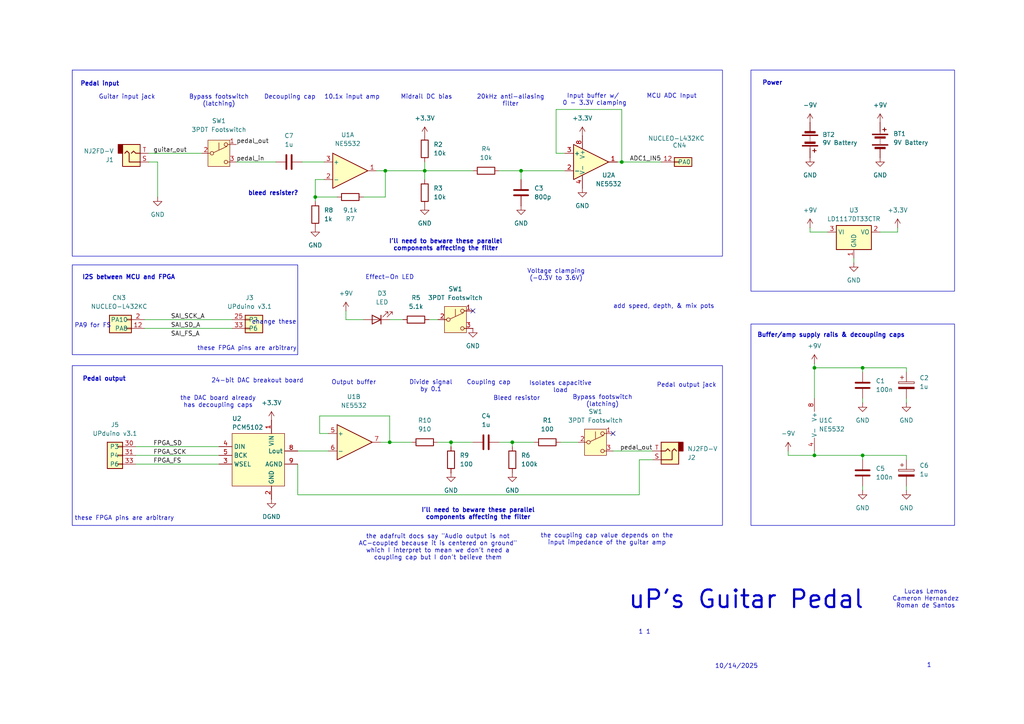
<source format=kicad_sch>
(kicad_sch (version 20250114) (generator "eeschema") (generator_version "9.0")
  (paper "A4")
  (lib_symbols
    (symbol "Amplifier_Operational:NE5532" (pin_names (offset 0.127))
      (property "Reference" "U" (at 0 5.08 0))
      (property "Value" "NE5532" (at 0 -5.08 0))
      (symbol "NE5532_1_1"
        (polyline (pts (xy -5.08 5.08) (xy 5.08 0) (xy -5.08 -5.08) (xy -5.08 5.08)) (stroke (width 0.254)) (fill (type background)))
        (pin input line (at -7.62 2.54 0) (length 2.54) (name "+") (number "3"))
        (pin input line (at -7.62 -2.54 0) (length 2.54) (name "-") (number "2"))
        (pin output line (at 7.62 0 180) (length 2.54) (name "~") (number "1"))
      )
      (symbol "NE5532_2_1"
        (polyline (pts (xy -5.08 5.08) (xy 5.08 0) (xy -5.08 -5.08) (xy -5.08 5.08)) (stroke (width 0.254)) (fill (type background)))
        (pin input line (at -7.62 2.54 0) (length 2.54) (name "+") (number "5"))
        (pin input line (at -7.62 -2.54 0) (length 2.54) (name "-") (number "6"))
        (pin output line (at 7.62 0 180) (length 2.54) (name "~") (number "7"))
      )
      (symbol "NE5532_3_1"
        (pin power_in line (at -2.54 7.62 270) (length 3.81) (name "V+") (number "8"))
        (pin power_in line (at -2.54 -7.62 90) (length 3.81) (name "V-") (number "4"))
      )
    )
    (symbol "Audio:PCM5122PW"
      (property "Reference" "U2" (at -16.51 20.828 0))
      (property "Value" "PCM5122" (at -16.51 18.288 0))
      (symbol "PCM5122PW_0_1"
        (rectangle (start -16.51 16.51) (end -1.27 1.27) (fill (type background)))
      )
      (symbol "PCM5122PW_1_1"
        (pin bidirectional line (at -20.32 12.7 0) (length 3.81) (name "DIN") (number "4"))
        (pin bidirectional line (at -20.32 10.16 0) (length 3.81) (name "BCK") (number "5"))
        (pin bidirectional line (at -20.32 7.62 0) (length 3.81) (name "WSEL") (number "3"))
        (pin bidirectional line (at -5.08 20.32 270) (length 3.81) (name "VIN") (number "1"))
        (pin bidirectional line (at -5.08 -2.54 90) (length 3.81) (name "GND") (number "2"))
        (pin bidirectional line (at 2.54 11.43 180) (length 3.81) (name "Lout") (number "8"))
        (pin bidirectional line (at 2.54 7.62 180) (length 3.81) (name "AGND") (number "9"))
      )
    )
    (symbol "Conn_01x01_1" (pin_names (offset 1.016))
      (property "Reference" "CN4" (at -1.778 4.826 0))
      (property "Value" "NUCLEO-L432KC" (at -8.89 6.858 0))
      (symbol "Conn_01x01_1_1_1"
        (rectangle (start -1.27 1.27) (end 3.81 -1.27) (stroke (width 0.254)) (fill (type background)))
        (rectangle (start -1.27 0.127) (end 0 -0.127) (stroke (width 0.1524)))
        (pin passive line (at -5.08 0 0) (length 3.81) (name "PA0") (number "12"))
      )
    )
    (symbol "Conn_01x02_1" (pin_names (offset 1.016))
      (property "Reference" "J3" (at 0 6.35 0))
      (property "Value" "UPduino v3.1" (at 0 3.81 0))
      (symbol "Conn_01x02_1_1_1"
        (rectangle (start -1.27 1.27) (end 3.81 -3.81) (stroke (width 0.254)) (fill (type background)))
        (rectangle (start -1.27 0.127) (end 0 -0.127) (stroke (width 0.1524)))
        (rectangle (start -1.27 -2.413) (end 0 -2.667) (stroke (width 0.1524)))
        (pin bidirectional line (at -5.08 0 0) (length 3.81) (name "P2") (number "25"))
        (pin bidirectional line (at -5.08 -2.54 0) (length 3.81) (name "P6") (number "33"))
      )
    )
    (symbol "Connector_Audio:NJ2FD-V"
      (property "Reference" "J" (at 0 8.89 0))
      (property "Value" "NJ2FD-V" (at 0 6.35 0))
      (symbol "NJ2FD-V_0_1"
        (rectangle (start -3.81 0) (end -2.54 -2.54) (stroke (width 0.254)) (fill (type outline)))
        (rectangle (start -2.54 3.81) (end 2.54 -2.54) (stroke (width 0.254)) (fill (type background)))
        (polyline (pts (xy 0 0) (xy 0.635 -0.635) (xy 1.27 0) (xy 2.54 0)) (stroke (width 0.254)))
        (polyline (pts (xy 2.54 2.54) (xy -0.635 2.54) (xy -0.635 0) (xy -1.27 -0.635) (xy -1.905 0)) (stroke (width 0.254)))
      )
      (symbol "NJ2FD-V_1_1"
        (pin passive line (at 5.08 2.54 180) (length 2.54) (name "~") (number "S"))
        (pin passive line (at 5.08 0 180) (length 2.54) (name "~") (number "T"))
      )
    )
    (symbol "Connector_Generic:Conn_01x02" (pin_names (offset 1.016))
      (property "Reference" "CN3" (at 0 6.35 0))
      (property "Value" "NUCLEO-L432KC" (at 0 3.81 0))
      (symbol "Conn_01x02_1_1"
        (rectangle (start -1.27 1.27) (end 5.08 -3.81) (stroke (width 0.254)) (fill (type background)))
        (rectangle (start -1.27 0.127) (end 0 -0.127) (stroke (width 0.1524)))
        (rectangle (start -1.27 -2.413) (end 0 -2.667) (stroke (width 0.1524)))
        (pin bidirectional line (at -5.08 0 0) (length 3.81) (name "PA10") (number "2"))
        (pin bidirectional line (at -5.08 -2.54 0) (length 3.81) (name "PA8") (number "12"))
      )
    )
    (symbol "Connector_Generic:Conn_01x03" (pin_names (offset 1.016))
      (property "Reference" "J5" (at 0 8.89 0))
      (property "Value" "Conn_01x03" (at 0 6.35 0))
      (symbol "Conn_01x03_1_1"
        (rectangle (start -1.27 3.81) (end 3.175 -3.81) (stroke (width 0.254)) (fill (type background)))
        (rectangle (start -1.27 2.667) (end 0 2.413) (stroke (width 0.1524)))
        (rectangle (start -1.27 0.127) (end 0 -0.127) (stroke (width 0.1524)))
        (rectangle (start -1.27 -2.413) (end 0 -2.667) (stroke (width 0.1524)))
        (pin passive line (at -5.08 2.54 0) (length 3.81) (name "P3") (number "30"))
        (pin passive line (at -5.08 0 0) (length 3.81) (name "P4") (number "31"))
        (pin passive line (at -5.08 -2.54 0) (length 3.81) (name "P6") (number "33"))
      )
    )
    (symbol "Device:Battery" (pin_numbers (hide yes)) (pin_names (offset 0) (hide yes))
      (property "Reference" "BT" (at 2.54 2.54 0))
      (property "Value" "Battery" (at 2.54 0 0))
      (symbol "Battery_0_1"
        (rectangle (start -2.286 1.778) (end 2.286 1.524) (fill (type outline)))
        (rectangle (start -2.286 -1.27) (end 2.286 -1.524) (fill (type outline)))
        (rectangle (start -1.524 1.016) (end 1.524 0.508) (fill (type outline)))
        (rectangle (start -1.524 -2.032) (end 1.524 -2.54) (fill (type outline)))
        (polyline (pts (xy 0 1.778) (xy 0 2.54)))
        (polyline (pts (xy 0 0) (xy 0 0.254)))
        (polyline (pts (xy 0 -0.508) (xy 0 -0.254)))
        (polyline (pts (xy 0 -1.016) (xy 0 -0.762)))
        (polyline (pts (xy 0.762 3.048) (xy 1.778 3.048)) (stroke (width 0.254)))
        (polyline (pts (xy 1.27 3.556) (xy 1.27 2.54)) (stroke (width 0.254)))
      )
      (symbol "Battery_1_1"
        (pin passive line (at 0 5.08 270) (length 2.54) (name "+") (number "1"))
        (pin passive line (at 0 -5.08 90) (length 2.54) (name "-") (number "2"))
      )
    )
    (symbol "Device:C" (pin_numbers (hide yes)) (pin_names (offset 0.254))
      (property "Reference" "C" (at 0.635 2.54 0))
      (property "Value" "C" (at 0.635 -2.54 0))
      (symbol "C_0_1"
        (polyline (pts (xy -2.032 0.762) (xy 2.032 0.762)) (stroke (width 0.508)))
        (polyline (pts (xy -2.032 -0.762) (xy 2.032 -0.762)) (stroke (width 0.508)))
      )
      (symbol "C_1_1"
        (pin passive line (at 0 3.81 270) (length 2.794) (name "~") (number "1"))
        (pin passive line (at 0 -3.81 90) (length 2.794) (name "~") (number "2"))
      )
    )
    (symbol "Device:C_Polarized" (pin_numbers (hide yes)) (pin_names (offset 0.254))
      (property "Reference" "C" (at 0.635 2.54 0))
      (property "Value" "C_Polarized" (at 0.635 -2.54 0))
      (symbol "C_Polarized_0_1"
        (rectangle (start -2.286 0.508) (end 2.286 1.016))
        (polyline (pts (xy -1.778 2.286) (xy -0.762 2.286)))
        (polyline (pts (xy -1.27 2.794) (xy -1.27 1.778)))
        (rectangle (start 2.286 -0.508) (end -2.286 -1.016) (fill (type outline)))
      )
      (symbol "C_Polarized_1_1"
        (pin passive line (at 0 3.81 270) (length 2.794) (name "~") (number "1"))
        (pin passive line (at 0 -3.81 90) (length 2.794) (name "~") (number "2"))
      )
    )
    (symbol "Device:LED" (pin_numbers (hide yes)) (pin_names (offset 1.016) (hide yes))
      (property "Reference" "D" (at 0 2.54 0))
      (property "Value" "LED" (at 0 -2.54 0))
      (symbol "LED_0_1"
        (polyline (pts (xy -3.048 -0.762) (xy -4.572 -2.286) (xy -3.81 -2.286) (xy -4.572 -2.286) (xy -4.572 -1.524)))
        (polyline (pts (xy -1.778 -0.762) (xy -3.302 -2.286) (xy -2.54 -2.286) (xy -3.302 -2.286) (xy -3.302 -1.524)))
        (polyline (pts (xy -1.27 0) (xy 1.27 0)))
        (polyline (pts (xy -1.27 -1.27) (xy -1.27 1.27)) (stroke (width 0.254)))
        (polyline (pts (xy 1.27 -1.27) (xy 1.27 1.27) (xy -1.27 0) (xy 1.27 -1.27)) (stroke (width 0.254)))
      )
      (symbol "LED_1_1"
        (pin passive line (at -3.81 0 0) (length 2.54) (name "K") (number "1"))
        (pin passive line (at 3.81 0 180) (length 2.54) (name "A") (number "2"))
      )
    )
    (symbol "Device:R" (pin_numbers (hide yes)) (pin_names (offset 0))
      (property "Reference" "R" (at 2.032 0 90))
      (property "Value" "R" (at 0 0 90))
      (symbol "R_0_1"
        (rectangle (start -1.016 -2.54) (end 1.016 2.54) (stroke (width 0.254)))
      )
      (symbol "R_1_1"
        (pin passive line (at 0 3.81 270) (length 1.27) (name "~") (number "1"))
        (pin passive line (at 0 -3.81 90) (length 1.27) (name "~") (number "2"))
      )
    )
    (symbol "Regulator_Linear:LD1117V33"
      (property "Reference" "U" (at -3.81 3.175 0))
      (property "Value" "LD1117V33" (at 0 3.175 0))
      (symbol "LD1117V33_0_1"
        (rectangle (start -5.08 -5.08) (end 5.08 1.905) (stroke (width 0.254)) (fill (type background)))
      )
      (symbol "LD1117V33_1_1"
        (pin power_in line (at -7.62 0 0) (length 2.54) (name "VI") (number "3"))
        (pin power_in line (at 0 -7.62 90) (length 2.54) (name "GND") (number "1"))
        (pin power_out line (at 7.62 0 180) (length 2.54) (name "VO") (number "2"))
      )
    )
    (symbol "Switch:SW_Push_SPDT" (pin_names (offset 0) (hide yes))
      (property "Reference" "SW" (at 0 5.08 0))
      (property "Value" "SW_Push_SPDT" (at 0 -5.08 0))
      (symbol "SW_Push_SPDT_0_0"
        (circle (center -2.032 0) (radius 0.508))
        (polyline (pts (xy 0 1.016) (xy 0 3.048)))
        (circle (center 2.032 -2.54) (radius 0.508))
      )
      (symbol "SW_Push_SPDT_0_1"
        (polyline (pts (xy -1.524 0.2032) (xy 2.3368 1.9812)))
        (circle (center 2.032 2.54) (radius 0.508))
      )
      (symbol "SW_Push_SPDT_1_1"
        (rectangle (start -3.175 3.81) (end 3.175 -3.81) (fill (type background)))
        (pin passive line (at -5.08 0 0) (length 2.54) (name "B") (number "2"))
        (pin passive line (at 5.08 2.54 180) (length 2.54) (name "A") (number "1"))
        (pin passive line (at 5.08 -2.54 180) (length 2.54) (name "C") (number "3"))
      )
    )
    (symbol "power:+3.3V" (power) (pin_numbers (hide yes)) (pin_names (offset 0) (hide yes))
      (property "Value" "+3.3V" (at 0 3.556 0))
      (symbol "+3.3V_0_1"
        (polyline (pts (xy -0.762 1.27) (xy 0 2.54)))
        (polyline (pts (xy 0 2.54) (xy 0.762 1.27)))
        (polyline (pts (xy 0 0) (xy 0 2.54)))
      )
      (symbol "+3.3V_1_1"
        (pin power_in line (at 0 0 90) (length 0) (name "~") (number "1"))
      )
    )
    (symbol "power:+9V" (power) (pin_numbers (hide yes)) (pin_names (offset 0) (hide yes))
      (property "Value" "+9V" (at 0 3.556 0))
      (symbol "+9V_0_1"
        (polyline (pts (xy -0.762 1.27) (xy 0 2.54)))
        (polyline (pts (xy 0 2.54) (xy 0.762 1.27)))
        (polyline (pts (xy 0 0) (xy 0 2.54)))
      )
      (symbol "+9V_1_1"
        (pin power_in line (at 0 0 90) (length 0) (name "~") (number "1"))
      )
    )
    (symbol "power:GND" (power) (pin_numbers (hide yes)) (pin_names (offset 0) (hide yes))
      (property "Value" "GND" (at 0 -3.81 0))
      (symbol "GND_0_1"
        (polyline (pts (xy 0 0) (xy 0 -1.27) (xy 1.27 -1.27) (xy 0 -2.54) (xy -1.27 -1.27) (xy 0 -1.27)))
      )
      (symbol "GND_1_1"
        (pin power_in line (at 0 0 270) (length 0) (name "~") (number "1"))
      )
    )
  )
  (rectangle (start 20.955 76.835) (end 86.36 102.87))
  (rectangle (start 217.805 93.98) (end 276.86 152.4))
  (rectangle (start 20.955 20.32) (end 209.55 74.295))
  (rectangle (start 217.805 20.32) (end 276.86 84.455))
  (rectangle (start 20.955 106.045) (end 209.55 152.4))
  (text "10/14/2025" (at 213.614 193.294 0) (effects (font (size 1.27 1.27))))
  (text "uP's Guitar Pedal" (at 216.408 173.99 0) (effects (font (size 5.08 5.08) (thickness 0.635))))
  (text "Buffer/amp supply rails & decoupling caps" (at 241.046 97.282 0) (effects (font (size 1.27 1.27) (thickness 0.254) (bold yes))))
  (text "Pedal output jack" (at 199.136 111.76 0) (effects (font (size 1.27 1.27))))
  (text "PA9 for FS" (at 26.924 94.488 0) (effects (font (size 1.27 1.27))))
  (text "the adafruit docs say \"Audio output is not\nAC-coupled because it is centered on ground\"\nwhich I interpret to mean we don't need a\ncoupling cap but I don't believe them" (at 127 158.75 0) (effects (font (size 1.27 1.27))))
  (text "Lucas Lemos\nCameron Hernandez\nRoman de Santos" (at 268.478 173.736 0) (effects (font (size 1.27 1.27))))
  (text "10.1x input amp" (at 102.108 28.194 0) (effects (font (size 1.27 1.27))))
  (text "20kHz anti-aliasing\nfilter" (at 148.082 29.21 0) (effects (font (size 1.27 1.27))))
  (text "add speed, depth, & mix pots" (at 192.532 88.9 0) (effects (font (size 1.27 1.27))))
  (text "Bypass footswitch\n(latching)" (at 174.752 116.332 0) (effects (font (size 1.27 1.27))))
  (text "Output buffer" (at 102.616 110.998 0) (effects (font (size 1.27 1.27))))
  (text "these FPGA pins are arbitrary" (at 71.628 101.092 0) (effects (font (size 1.27 1.27))))
  (text "Power" (at 224.028 24.13 0) (effects (font (size 1.27 1.27) (thickness 0.254) (bold yes))))
  (text "Isolates capacitive\nload" (at 162.56 112.268 0) (effects (font (size 1.27 1.27))))
  (text "the DAC board already\nhas decoupling caps" (at 63.246 116.586 0) (effects (font (size 1.27 1.27))))
  (text "change these" (at 79.502 93.472 0) (effects (font (size 1.27 1.27))))
  (text "I'll need to beware these parallel\ncomponents affecting the filter" (at 138.684 149.098 0) (effects (font (size 1.27 1.27) (thickness 0.254) (bold yes))))
  (text "24-bit DAC breakout board" (at 74.676 110.49 0) (effects (font (size 1.27 1.27))))
  (text "Midrail DC bias" (at 123.698 28.194 0) (effects (font (size 1.27 1.27))))
  (text "bleed resister?" (at 79.248 56.134 0) (effects (font (size 1.27 1.27) (thickness 0.254) (bold yes))))
  (text "Input buffer w/ \n0 - 3.3V clamping" (at 172.466 28.956 0) (effects (font (size 1.27 1.27))))
  (text "1 1" (at 186.944 183.388 0) (effects (font (size 1.27 1.27))))
  (text "Voltage clamping\n(-0.3V to 3.6V)" (at 161.29 79.756 0) (effects (font (size 1.27 1.27))))
  (text "Guitar input jack" (at 36.83 28.194 0) (effects (font (size 1.27 1.27))))
  (text "Coupling cap" (at 141.732 110.998 0) (effects (font (size 1.27 1.27))))
  (text "I'll need to beware these parallel\ncomponents affecting the filter" (at 129.286 71.12 0) (effects (font (size 1.27 1.27) (thickness 0.254) (bold yes))))
  (text "the coupling cap value depends on the\ninput impedance of the guitar amp" (at 176.022 156.464 0) (effects (font (size 1.27 1.27))))
  (text "Bleed resistor" (at 149.86 115.57 0) (effects (font (size 1.27 1.27))))
  (text "Pedal input" (at 28.956 24.384 0) (effects (font (size 1.27 1.27) (thickness 0.254) (bold yes))))
  (text "these FPGA pins are arbitrary" (at 36.068 150.368 0) (effects (font (size 1.27 1.27))))
  (text "1" (at 269.494 193.04 0) (effects (font (size 1.27 1.27))))
  (text "Bypass footswitch\n(latching)" (at 63.5 29.21 0) (effects (font (size 1.27 1.27))))
  (text "MCU ADC Input" (at 194.818 27.94 0) (effects (font (size 1.27 1.27))))
  (text "Decoupling cap" (at 84.074 28.194 0) (effects (font (size 1.27 1.27))))
  (text "I2S between MCU and FPGA" (at 37.338 80.518 0) (effects (font (size 1.27 1.27) (thickness 0.254) (bold yes))))
  (text "Effect-On LED" (at 113.03 80.518 0) (effects (font (size 1.27 1.27))))
  (text "Divide signal\nby 0.1" (at 124.968 112.014 0) (effects (font (size 1.27 1.27))))
  (text "Pedal output" (at 30.226 109.982 0) (effects (font (size 1.27 1.27) (thickness 0.254) (bold yes))))
  (junction (at 91.44 57.15))
  (junction (at 130.81 128.27))
  (junction (at 111.76 49.53))
  (junction (at 236.22 106.68))
  (junction (at 123.19 49.53))
  (junction (at 151.13 49.53))
  (junction (at 236.22 132.08))
  (junction (at 250.19 132.08))
  (junction (at 180.34 46.99))
  (junction (at 113.03 128.27))
  (junction (at 148.59 128.27))
  (junction (at 250.19 106.68))
  (no_connect (at 137.16 90.17))
  (no_connect (at 177.8 125.73))
  (wire (pts (xy 163.83 44.45) (xy 161.29 44.45)))
  (wire (pts (xy 123.19 49.53) (xy 123.19 52.07)))
  (wire (pts (xy 100.33 92.71) (xy 105.41 92.71)))
  (wire (pts (xy 148.59 128.27) (xy 154.94 128.27)))
  (wire (pts (xy 255.27 67.31) (xy 260.35 67.31)))
  (wire (pts (xy 161.29 31.75) (xy 180.34 31.75)))
  (wire (pts (xy 234.95 67.31) (xy 240.03 67.31)))
  (wire (pts (xy 95.25 125.73) (xy 92.71 125.73)))
  (wire (pts (xy 262.89 140.97) (xy 262.89 142.24)))
  (wire (pts (xy 109.22 49.53) (xy 111.76 49.53)))
  (wire (pts (xy 123.19 49.53) (xy 123.19 46.99)))
  (wire (pts (xy 124.46 92.71) (xy 127 92.71)))
  (wire (pts (xy 113.03 120.65) (xy 113.03 128.27)))
  (wire (pts (xy 91.44 58.42) (xy 91.44 57.15)))
  (wire (pts (xy 91.44 52.07) (xy 93.98 52.07)))
  (wire (pts (xy 86.36 143.51) (xy 86.36 134.62)))
  (wire (pts (xy 41.91 92.71) (xy 67.31 92.71)))
  (wire (pts (xy 247.65 74.93) (xy 247.65 76.2)))
  (wire (pts (xy 262.89 107.95) (xy 262.89 106.68)))
  (wire (pts (xy 185.42 133.35) (xy 185.42 143.51)))
  (wire (pts (xy 100.33 92.71) (xy 100.33 90.17)))
  (wire (pts (xy 113.03 92.71) (xy 116.84 92.71)))
  (wire (pts (xy 111.76 57.15) (xy 111.76 49.53)))
  (wire (pts (xy 236.22 106.68) (xy 250.19 106.68)))
  (wire (pts (xy 228.6 132.08) (xy 228.6 130.81)))
  (wire (pts (xy 130.81 128.27) (xy 137.16 128.27)))
  (wire (pts (xy 250.19 106.68) (xy 262.89 106.68)))
  (wire (pts (xy 161.29 31.75) (xy 161.29 44.45)))
  (wire (pts (xy 87.63 46.99) (xy 93.98 46.99)))
  (wire (pts (xy 180.34 46.99) (xy 191.77 46.99)))
  (wire (pts (xy 250.19 133.35) (xy 250.19 132.08)))
  (wire (pts (xy 86.36 130.81) (xy 95.25 130.81)))
  (wire (pts (xy 228.6 132.08) (xy 236.22 132.08)))
  (wire (pts (xy 236.22 132.08) (xy 236.22 130.81)))
  (wire (pts (xy 144.78 128.27) (xy 148.59 128.27)))
  (wire (pts (xy 236.22 105.41) (xy 236.22 106.68)))
  (wire (pts (xy 45.72 46.99) (xy 45.72 57.15)))
  (wire (pts (xy 43.18 44.45) (xy 58.42 44.45)))
  (wire (pts (xy 177.8 130.81) (xy 189.23 130.81)))
  (wire (pts (xy 234.95 66.04) (xy 234.95 67.31)))
  (wire (pts (xy 151.13 49.53) (xy 163.83 49.53)))
  (wire (pts (xy 250.19 140.97) (xy 250.19 142.24)))
  (wire (pts (xy 250.19 107.95) (xy 250.19 106.68)))
  (wire (pts (xy 111.76 49.53) (xy 123.19 49.53)))
  (wire (pts (xy 127 128.27) (xy 130.81 128.27)))
  (wire (pts (xy 148.59 128.27) (xy 148.59 129.54)))
  (wire (pts (xy 262.89 115.57) (xy 262.89 116.84)))
  (wire (pts (xy 39.37 129.54) (xy 63.5 129.54)))
  (wire (pts (xy 43.18 46.99) (xy 45.72 46.99)))
  (wire (pts (xy 236.22 106.68) (xy 236.22 115.57)))
  (wire (pts (xy 236.22 132.08) (xy 250.19 132.08)))
  (wire (pts (xy 92.71 125.73) (xy 92.71 120.65)))
  (wire (pts (xy 250.19 132.08) (xy 262.89 132.08)))
  (wire (pts (xy 123.19 49.53) (xy 137.16 49.53)))
  (wire (pts (xy 113.03 128.27) (xy 119.38 128.27)))
  (wire (pts (xy 179.07 46.99) (xy 180.34 46.99)))
  (wire (pts (xy 162.56 128.27) (xy 167.64 128.27)))
  (wire (pts (xy 97.79 57.15) (xy 91.44 57.15)))
  (wire (pts (xy 110.49 128.27) (xy 113.03 128.27)))
  (wire (pts (xy 260.35 66.04) (xy 260.35 67.31)))
  (wire (pts (xy 262.89 133.35) (xy 262.89 132.08)))
  (wire (pts (xy 105.41 57.15) (xy 111.76 57.15)))
  (wire (pts (xy 180.34 31.75) (xy 180.34 46.99)))
  (wire (pts (xy 92.71 120.65) (xy 113.03 120.65)))
  (wire (pts (xy 144.78 49.53) (xy 151.13 49.53)))
  (wire (pts (xy 151.13 52.07) (xy 151.13 49.53)))
  (wire (pts (xy 39.37 134.62) (xy 63.5 134.62)))
  (wire (pts (xy 189.23 133.35) (xy 185.42 133.35)))
  (wire (pts (xy 91.44 57.15) (xy 91.44 52.07)))
  (wire (pts (xy 68.58 46.99) (xy 80.01 46.99)))
  (wire (pts (xy 41.91 95.25) (xy 67.31 95.25)))
  (wire (pts (xy 39.37 132.08) (xy 63.5 132.08)))
  (wire (pts (xy 130.81 128.27) (xy 130.81 129.54)))
  (wire (pts (xy 250.19 115.57) (xy 250.19 116.84)))
  (wire (pts (xy 86.36 143.51) (xy 185.42 143.51)))
  (label "SAI_SD_A" (at 49.53 95.25 0))
  (label "FPGA_FS" (at 44.45 134.62 0))
  (label "pedal_out" (at 189.23 130.81 180))
  (label "pedal_in" (at 68.58 46.99 0))
  (label "FPGA_SCK" (at 44.45 132.08 0))
  (label "SAI_FS_A" (at 49.53 97.79 0))
  (label "SAI_SCK_A" (at 49.53 92.71 0))
  (label "ADC1_IN5" (at 191.77 46.99 180))
  (label "guitar_out" (at 44.45 44.45 0))
  (label "FPGA_SD" (at 44.45 129.54 0))
  (label "pedal_out" (at 68.58 41.91 0))
  (symbol (lib_id "Amplifier_Operational:NE5532") (at 171.45 46.99 0) (unit 1)
    (property "Reference" "U2" (at 176.53 50.8 0))
    (property "Value" "NE5532" (at 176.53 53.34 0))
    (property "Datasheet" "http://www.ti.com/lit/ds/symlink/ne5532.pdf" (effects (hide yes)))
    (property "Description" "Dual Low-Noise Operational Amplifiers, DIP-8/SOIC-8" (effects (hide yes)))
  )
  (symbol (lib_id "Device:C_Polarized") (at 262.89 137.16 0) (unit 1)
    (property "Reference" "C6" (at 266.7 135.0009 0) (effects (justify left)))
    (property "Value" "1u" (at 266.7 137.5409 0) (effects (justify left)))
    (property "Description" "Polarized capacitor" (effects (hide yes)))
  )
  (symbol (lib_id "Device:C") (at 250.19 137.16 0) (unit 1)
    (property "Reference" "C5" (at 254 135.8899 0) (effects (justify left)))
    (property "Value" "100n" (at 254 138.4299 0) (effects (justify left)))
    (property "Description" "Unpolarized capacitor" (effects (hide yes)))
  )
  (symbol (lib_id "power:GND") (at 45.72 57.15 0) (unit 1)
    (property "Reference" "#PWR07" (effects (hide yes)))
    (property "Value" "GND" (at 45.72 62.23 0))
    (property "Description" "Power symbol creates a global label with name \"GND\" , ground" (effects (hide yes)))
  )
  (symbol (lib_id "Regulator_Linear:LD1117V33") (at 247.65 67.31 0) (unit 1)
    (property "Reference" "U3" (at 247.65 60.96 0))
    (property "Value" "LD1117DT33CTR" (at 247.65 63.5 0))
    (property "Footprint" "Package_TO_SOT_THT:TO-220-3_Vertical" (effects (hide yes)))
    (property "Datasheet" "https://www.st.com/resource/en/datasheet/ld1117.pdf" (effects (hide yes)))
    (property "Description" "800 mA Fixed Low Drop Positive Voltage Regulator (ldo). Max input 15V. Fixed Output 3.3V. TO-220-3" (effects (hide yes)))
  )
  (symbol (lib_id "power:GND") (at 78.74 144.78 0) (unit 1)
    (property "Reference" "#PWR017" (effects (hide yes)))
    (property "Value" "DGND" (at 78.74 149.86 0))
    (property "Description" "Power symbol creates a global label with name \"GND\" , ground" (effects (hide yes)))
  )
  (symbol (lib_id "power:GND") (at 234.95 45.72 0) (unit 1)
    (property "Reference" "#PWR020" (effects (hide yes)))
    (property "Value" "GND" (at 234.95 50.8 0))
    (property "Description" "Power symbol creates a global label with name \"GND\" , ground" (effects (hide yes)))
  )
  (symbol (lib_id "Device:R") (at 91.44 62.23 180) (unit 1)
    (property "Reference" "R8" (at 93.98 60.9599 0) (effects (justify right)))
    (property "Value" "1k" (at 93.98 63.4999 0) (effects (justify right)))
    (property "Description" "Resistor" (effects (hide yes)))
  )
  (symbol (lib_id "power:GND") (at 262.89 142.24 0) (unit 1)
    (property "Reference" "#PWR022" (effects (hide yes)))
    (property "Value" "GND" (at 262.89 147.32 0))
    (property "Description" "Power symbol creates a global label with name \"GND\" , ground" (effects (hide yes)))
  )
  (symbol (lib_id "power:GND") (at 247.65 76.2 0) (unit 1)
    (property "Reference" "#PWR013" (effects (hide yes)))
    (property "Value" "GND" (at 247.65 81.28 0))
    (property "Description" "Power symbol creates a global label with name \"GND\" , ground" (effects (hide yes)))
  )
  (symbol (lib_id "power:+3.3V") (at 123.19 39.37 0) (unit 1)
    (property "Reference" "#PWR05" (effects (hide yes)))
    (property "Value" "+3.3V" (at 123.19 34.29 0))
    (property "Description" "Power symbol creates a global label with name \"+3.3V\"" (effects (hide yes)))
  )
  (symbol (lib_id "Amplifier_Operational:NE5532") (at 102.87 128.27 0) (unit 2)
    (property "Reference" "U1" (at 102.616 115.062 0))
    (property "Value" "NE5532" (at 102.616 117.602 0))
    (property "Datasheet" "http://www.ti.com/lit/ds/symlink/ne5532.pdf" (effects (hide yes)))
    (property "Description" "Dual Low-Noise Operational Amplifiers, DIP-8/SOIC-8" (effects (hide yes)))
  )
  (symbol (lib_id "power:+3.3V") (at 260.35 66.04 0) (unit 1)
    (property "Reference" "#PWR015" (effects (hide yes)))
    (property "Value" "+3.3V" (at 260.35 60.96 0))
    (property "Description" "Power symbol creates a global label with name \"+3.3V\"" (effects (hide yes)))
  )
  (symbol (lib_id "Switch:SW_Push_SPDT") (at 63.5 44.45 0) (unit 1)
    (property "Reference" "SW1" (at 63.5 35.052 0))
    (property "Value" "3PDT Footswitch" (at 63.5 37.592 0))
    (property "Description" "Momentary Switch, single pole double throw" (effects (hide yes)))
  )
  (symbol (lib_id "Connector_Audio:NJ2FD-V") (at 38.1 44.45 0) (mirror x) (unit 1)
    (property "Reference" "J1" (at 33.02 46.3551 0) (effects (justify right)))
    (property "Value" "NJ2FD-V" (at 33.02 43.8151 0) (effects (justify right)))
    (property "Footprint" "Connector_Audio:Jack_6.35mm_Neutrik_NJ2FD-V_Vertical" (effects (hide yes)))
    (property "Datasheet" "https://www.neutrik.com/en/product/nj2fd-v" (effects (hide yes)))
    (property "Description" "6.35mm (1/4 in) Vertical Jack, Non-switching mono jack (T/S)" (effects (hide yes)))
  )
  (symbol (lib_id "Device:C") (at 140.97 128.27 90) (unit 1)
    (property "Reference" "C4" (at 140.97 120.65 90))
    (property "Value" "1u" (at 140.97 123.19 90))
    (property "Description" "Unpolarized capacitor" (effects (hide yes)))
  )
  (symbol (lib_id "Device:R") (at 123.19 43.18 180) (unit 1)
    (property "Reference" "R2" (at 125.73 41.9099 0) (effects (justify right)))
    (property "Value" "10k" (at 125.73 44.4499 0) (effects (justify right)))
    (property "Description" "Resistor" (effects (hide yes)))
  )
  (symbol (lib_id "Amplifier_Operational:NE5532") (at 238.76 123.19 0) (unit 3)
    (property "Reference" "U1" (at 237.49 121.9199 0) (effects (justify left)))
    (property "Value" "NE5532" (at 237.49 124.4599 0) (effects (justify left)))
    (property "Datasheet" "http://www.ti.com/lit/ds/symlink/ne5532.pdf" (effects (hide yes)))
    (property "Description" "Dual Low-Noise Operational Amplifiers, DIP-8/SOIC-8" (effects (hide yes)))
  )
  (symbol (lib_id "Device:R") (at 158.75 128.27 90) (unit 1)
    (property "Reference" "R1" (at 158.75 121.92 90))
    (property "Value" "100" (at 158.75 124.46 90))
    (property "Description" "Resistor" (effects (hide yes)))
  )
  (symbol (lib_id "power:+3.3V") (at 78.74 121.92 0) (unit 1)
    (property "Reference" "#PWR012" (effects (hide yes)))
    (property "Value" "+3.3V" (at 78.74 116.84 0))
    (property "Description" "Power symbol creates a global label with name \"+3.3V\"" (effects (hide yes)))
  )
  (symbol (lib_id "Device:R") (at 120.65 92.71 90) (unit 1)
    (property "Reference" "R5" (at 120.65 86.36 90))
    (property "Value" "5.1k" (at 120.65 88.9 90))
    (property "Description" "Resistor" (effects (hide yes)))
  )
  (symbol (lib_id "power:+9V") (at 100.33 90.17 0) (unit 1)
    (property "Reference" "#PWR026" (effects (hide yes)))
    (property "Value" "+9V" (at 100.33 85.09 0))
    (property "Description" "Power symbol creates a global label with name \"+9V\"" (effects (hide yes)))
  )
  (symbol (lib_id "Device:C_Polarized") (at 262.89 111.76 0) (unit 1)
    (property "Reference" "C2" (at 266.7 109.6009 0) (effects (justify left)))
    (property "Value" "1u" (at 266.7 112.1409 0) (effects (justify left)))
    (property "Description" "Polarized capacitor" (effects (hide yes)))
  )
  (symbol (lib_name "Conn_01x02_1") (lib_id "Connector_Generic:Conn_01x02") (at 72.39 92.71 0) (unit 1)
    (property "Reference" "J3" (at 72.39 86.36 0))
    (property "Value" "UPduino v3.1" (at 72.39 88.9 0))
    (property "Description" "Generic connector, single row, 01x02, script generated (kicad-library-utils/schlib/autogen/connector/)" (effects (hide yes)))
  )
  (symbol (lib_id "Connector_Generic:Conn_01x03") (at 34.29 132.08 0) (mirror y) (unit 1)
    (property "Reference" "J5" (at 33.3375 123.19 0))
    (property "Value" "UPduino v3.1" (at 33.3375 125.73 0))
    (property "Description" "Generic connector, single row, 01x03, script generated (kicad-library-utils/schlib/autogen/connector/)" (effects (hide yes)))
  )
  (symbol (lib_id "power:GND") (at 137.16 95.25 0) (unit 1)
    (property "Reference" "#PWR019" (effects (hide yes)))
    (property "Value" "GND" (at 137.16 100.33 0))
    (property "Description" "Power symbol creates a global label with name \"GND\" , ground" (effects (hide yes)))
  )
  (symbol (lib_id "Audio:PCM5122PW") (at 83.82 142.24 0) (unit 1)
    (property "Reference" "U2" (at 67.31 121.412 0) (effects (justify left)))
    (property "Value" "PCM5102" (at 67.31 123.952 0) (effects (justify left)))
    (property "Footprint" "Package_SO:TSSOP-28_4.4x9.7mm_P0.65mm" (effects (hide yes)))
    (property "Datasheet" "https://www.ti.com/lit/ds/symlink/pcm5102.pdf?ts=1760953965467" (effects (hide yes)))
    (property "Description" "2VRMS DirectPath, 112dB Audio Stereo DAC with 32-bit, 384kHz PCM Interface, TSSOP-28" (effects (hide yes)))
    (property "Breakout" "https://www.adafruit.com/product/6251" (effects (hide yes)))
  )
  (symbol (lib_id "power:+9V") (at 255.27 35.56 0) (unit 1)
    (property "Reference" "#PWR02" (effects (hide yes)))
    (property "Value" "+9V" (at 255.27 30.48 0))
    (property "Description" "Power symbol creates a global label with name \"+9V\"" (effects (hide yes)))
  )
  (symbol (lib_id "Device:Battery") (at 255.27 40.64 0) (unit 1)
    (property "Reference" "BT1" (at 259.08 38.7984 0) (effects (justify left)))
    (property "Value" "9V Battery" (at 259.08 41.3384 0) (effects (justify left)))
    (property "Description" "Multiple-cell battery" (effects (hide yes)))
  )
  (symbol (lib_id "Device:Battery") (at 234.95 40.64 0) (mirror x) (unit 1)
    (property "Reference" "BT2" (at 238.506 39.0524 0) (effects (justify left)))
    (property "Value" "9V Battery" (at 238.506 41.402 0) (effects (justify left)))
    (property "Description" "Multiple-cell battery" (effects (hide yes)))
  )
  (symbol (lib_id "power:GND") (at 250.19 142.24 0) (unit 1)
    (property "Reference" "#PWR04" (effects (hide yes)))
    (property "Value" "GND" (at 250.19 147.32 0))
    (property "Description" "Power symbol creates a global label with name \"GND\" , ground" (effects (hide yes)))
  )
  (symbol (lib_id "power:GND") (at 262.89 116.84 0) (unit 1)
    (property "Reference" "#PWR09" (effects (hide yes)))
    (property "Value" "GND" (at 262.89 121.92 0))
    (property "Description" "Power symbol creates a global label with name \"GND\" , ground" (effects (hide yes)))
  )
  (symbol (lib_id "Device:C") (at 250.19 111.76 0) (unit 1)
    (property "Reference" "C1" (at 254 110.4899 0) (effects (justify left)))
    (property "Value" "100n" (at 254 113.0299 0) (effects (justify left)))
    (property "Description" "Unpolarized capacitor" (effects (hide yes)))
  )
  (symbol (lib_id "Switch:SW_Push_SPDT") (at 132.08 92.71 0) (unit 1)
    (property "Reference" "SW1" (at 132.08 83.82 0))
    (property "Value" "3PDT Footswitch" (at 132.08 86.36 0))
    (property "Description" "Momentary Switch, single pole double throw" (effects (hide yes)))
  )
  (symbol (lib_id "power:GND") (at 255.27 45.72 0) (unit 1)
    (property "Reference" "#PWR03" (effects (hide yes)))
    (property "Value" "GND" (at 255.27 50.8 0))
    (property "Description" "Power symbol creates a global label with name \"GND\" , ground" (effects (hide yes)))
  )
  (symbol (lib_id "power:+3.3V") (at 168.91 39.37 0) (unit 1)
    (property "Reference" "#PWR016" (effects (hide yes)))
    (property "Value" "+3.3V" (at 168.91 34.29 0))
    (property "Description" "Power symbol creates a global label with name \"+3.3V\"" (effects (hide yes)))
  )
  (symbol (lib_id "power:GND") (at 91.44 66.04 0) (unit 1)
    (property "Reference" "#PWR024" (effects (hide yes)))
    (property "Value" "GND" (at 91.44 71.12 0))
    (property "Description" "Power symbol creates a global label with name \"GND\" , ground" (effects (hide yes)))
  )
  (symbol (lib_id "Amplifier_Operational:NE5532") (at 101.6 49.53 0) (unit 1)
    (property "Reference" "U1" (at 100.838 39.116 0))
    (property "Value" "NE5532" (at 100.838 41.656 0))
    (property "Datasheet" "http://www.ti.com/lit/ds/symlink/ne5532.pdf" (effects (hide yes)))
    (property "Description" "Dual Low-Noise Operational Amplifiers, DIP-8/SOIC-8" (effects (hide yes)))
  )
  (symbol (lib_id "Device:LED") (at 109.22 92.71 180) (unit 1)
    (property "Reference" "D3" (at 110.8075 85.09 0))
    (property "Value" "LED" (at 110.8075 87.63 0))
    (property "Description" "Light emitting diode" (effects (hide yes)))
    (property "Sim.Pins" "1=K 2=A" (effects (hide yes)))
  )
  (symbol (lib_id "Connector_Generic:Conn_01x02") (at 36.83 92.71 0) (mirror y) (unit 1)
    (property "Reference" "CN3" (at 34.544 86.36 0))
    (property "Value" "NUCLEO-L432KC" (at 34.544 88.9 0))
    (property "Description" "Generic connector, single row, 01x02, script generated (kicad-library-utils/schlib/autogen/connector/)" (effects (hide yes)))
  )
  (symbol (lib_id "power:GND") (at 148.59 137.16 0) (unit 1)
    (property "Reference" "#PWR023" (effects (hide yes)))
    (property "Value" "GND" (at 148.59 142.24 0))
    (property "Description" "Power symbol creates a global label with name \"GND\" , ground" (effects (hide yes)))
  )
  (symbol (lib_id "Device:C") (at 83.82 46.99 90) (unit 1)
    (property "Reference" "C7" (at 83.82 39.37 90))
    (property "Value" "1u" (at 83.82 41.91 90))
    (property "Description" "Unpolarized capacitor" (effects (hide yes)))
  )
  (symbol (lib_id "Amplifier_Operational:NE5532") (at 171.45 46.99 0) (unit 3)
    (property "Reference" "U4" (effects (hide yes)))
    (property "Value" "NE5532" (effects (hide yes)))
    (property "Datasheet" "http://www.ti.com/lit/ds/symlink/ne5532.pdf" (effects (hide yes)))
    (property "Description" "Dual Low-Noise Operational Amplifiers, DIP-8/SOIC-8" (effects (hide yes)))
  )
  (symbol (lib_id "power:+9V") (at 228.6 130.81 0) (unit 1)
    (property "Reference" "#PWR021" (effects (hide yes)))
    (property "Value" "-9V" (at 228.6 125.73 0))
    (property "Description" "Power symbol creates a global label with name \"+9V\"" (effects (hide yes)))
  )
  (symbol (lib_id "Device:R") (at 140.97 49.53 90) (unit 1)
    (property "Reference" "R4" (at 140.97 43.18 90))
    (property "Value" "10k" (at 140.97 45.72 90))
    (property "Description" "Resistor" (effects (hide yes)))
  )
  (symbol (lib_id "power:GND") (at 130.81 137.16 0) (unit 1)
    (property "Reference" "#PWR025" (effects (hide yes)))
    (property "Value" "GND" (at 130.81 142.24 0))
    (property "Description" "Power symbol creates a global label with name \"GND\" , ground" (effects (hide yes)))
  )
  (symbol (lib_id "Connector_Audio:NJ2FD-V") (at 194.31 130.81 180) (unit 1)
    (property "Reference" "J2" (at 199.39 132.7151 0) (effects (justify right)))
    (property "Value" "NJ2FD-V" (at 199.39 130.1751 0) (effects (justify right)))
    (property "Footprint" "Connector_Audio:Jack_6.35mm_Neutrik_NJ2FD-V_Vertical" (effects (hide yes)))
    (property "Datasheet" "https://www.neutrik.com/en/product/nj2fd-v" (effects (hide yes)))
    (property "Description" "6.35mm (1/4 in) Vertical Jack, Non-switching mono jack (T/S)" (effects (hide yes)))
  )
  (symbol (lib_name "Conn_01x01_1") (lib_id "Connector_Generic:Conn_01x01") (at 196.85 46.99 0) (unit 1)
    (property "Reference" "CN4" (at 195.072 42.164 0) (effects (justify left)))
    (property "Value" "NUCLEO-L432KC" (at 187.96 40.132 0) (effects (justify left)))
    (property "Description" "Generic connector, single row, 01x01, script generated (kicad-library-utils/schlib/autogen/connector/)" (effects (hide yes)))
  )
  (symbol (lib_id "Device:R") (at 148.59 133.35 180) (unit 1)
    (property "Reference" "R6" (at 151.13 132.0799 0) (effects (justify right)))
    (property "Value" "100k" (at 151.13 134.6199 0) (effects (justify right)))
    (property "Description" "Resistor" (effects (hide yes)))
  )
  (symbol (lib_id "power:GND") (at 151.13 59.69 0) (unit 1)
    (property "Reference" "#PWR010" (effects (hide yes)))
    (property "Value" "GND" (at 151.13 64.77 0))
    (property "Description" "Power symbol creates a global label with name \"GND\" , ground" (effects (hide yes)))
  )
  (symbol (lib_id "Device:R") (at 130.81 133.35 180) (unit 1)
    (property "Reference" "R9" (at 133.35 132.0799 0) (effects (justify right)))
    (property "Value" "100" (at 133.35 134.6199 0) (effects (justify right)))
    (property "Description" "Resistor" (effects (hide yes)))
  )
  (symbol (lib_id "Device:R") (at 101.6 57.15 270) (mirror x) (unit 1)
    (property "Reference" "R7" (at 101.6 63.5 90))
    (property "Value" "9.1k" (at 101.6 60.96 90))
    (property "Description" "Resistor" (effects (hide yes)))
  )
  (symbol (lib_id "Device:R") (at 123.19 55.88 180) (unit 1)
    (property "Reference" "R3" (at 125.73 54.6099 0) (effects (justify right)))
    (property "Value" "10k" (at 125.73 57.1499 0) (effects (justify right)))
    (property "Description" "Resistor" (effects (hide yes)))
  )
  (symbol (lib_id "power:+9V") (at 234.95 35.56 0) (unit 1)
    (property "Reference" "#PWR018" (effects (hide yes)))
    (property "Value" "-9V" (at 234.95 30.48 0))
    (property "Description" "Power symbol creates a global label with name \"+9V\"" (effects (hide yes)))
  )
  (symbol (lib_id "power:+9V") (at 234.95 66.04 0) (unit 1)
    (property "Reference" "#PWR014" (effects (hide yes)))
    (property "Value" "+9V" (at 234.95 60.96 0))
    (property "Description" "Power symbol creates a global label with name \"+9V\"" (effects (hide yes)))
  )
  (symbol (lib_id "power:GND") (at 123.19 59.69 0) (unit 1)
    (property "Reference" "#PWR06" (effects (hide yes)))
    (property "Value" "GND" (at 123.19 64.77 0))
    (property "Description" "Power symbol creates a global label with name \"GND\" , ground" (effects (hide yes)))
  )
  (symbol (lib_id "Device:C") (at 151.13 55.88 0) (unit 1)
    (property "Reference" "C3" (at 154.94 54.6099 0) (effects (justify left)))
    (property "Value" "800p" (at 154.94 57.1499 0) (effects (justify left)))
    (property "Description" "Unpolarized capacitor" (effects (hide yes)))
  )
  (symbol (lib_id "power:GND") (at 250.19 116.84 0) (unit 1)
    (property "Reference" "#PWR08" (effects (hide yes)))
    (property "Value" "GND" (at 250.19 121.92 0))
    (property "Description" "Power symbol creates a global label with name \"GND\" , ground" (effects (hide yes)))
  )
  (symbol (lib_id "power:GND") (at 168.91 54.61 0) (unit 1)
    (property "Reference" "#PWR011" (effects (hide yes)))
    (property "Value" "GND" (at 168.91 59.69 0))
    (property "Description" "Power symbol creates a global label with name \"GND\" , ground" (effects (hide yes)))
  )
  (symbol (lib_id "Device:R") (at 123.19 128.27 90) (mirror x) (unit 1)
    (property "Reference" "R10" (at 123.19 121.92 90))
    (property "Value" "910" (at 123.19 124.46 90))
    (property "Description" "Resistor" (effects (hide yes)))
  )
  (symbol (lib_id "power:+9V") (at 236.22 105.41 0) (unit 1)
    (property "Reference" "#PWR01" (effects (hide yes)))
    (property "Value" "+9V" (at 236.22 100.33 0))
    (property "Description" "Power symbol creates a global label with name \"+9V\"" (effects (hide yes)))
  )
  (symbol (lib_id "Switch:SW_Push_SPDT") (at 172.72 128.27 0) (unit 1)
    (property "Reference" "SW1" (at 172.72 119.38 0))
    (property "Value" "3PDT Footswitch" (at 172.72 121.92 0))
    (property "Description" "Momentary Switch, single pole double throw" (effects (hide yes)))
  )
)
</source>
